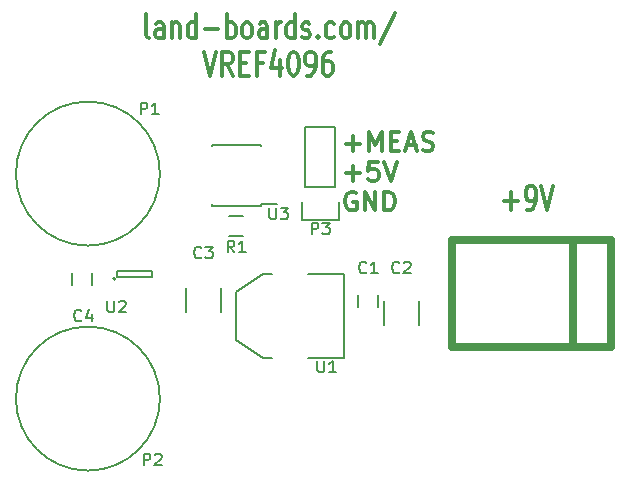
<source format=gto>
G04 #@! TF.FileFunction,Legend,Top*
%FSLAX46Y46*%
G04 Gerber Fmt 4.6, Leading zero omitted, Abs format (unit mm)*
G04 Created by KiCad (PCBNEW (after 2015-mar-04 BZR unknown)-product) date 2/8/2016 12:34:12 PM*
%MOMM*%
G01*
G04 APERTURE LIST*
%ADD10C,0.150000*%
%ADD11C,0.304800*%
%ADD12C,0.650000*%
G04 APERTURE END LIST*
D10*
D11*
X43506571Y-16909143D02*
X44667714Y-16909143D01*
X44087143Y-17683238D02*
X44087143Y-16135048D01*
X45466000Y-17683238D02*
X45756285Y-17683238D01*
X45901428Y-17586476D01*
X45974000Y-17489714D01*
X46119142Y-17199429D01*
X46191714Y-16812381D01*
X46191714Y-16038286D01*
X46119142Y-15844762D01*
X46046571Y-15748000D01*
X45901428Y-15651238D01*
X45611142Y-15651238D01*
X45466000Y-15748000D01*
X45393428Y-15844762D01*
X45320857Y-16038286D01*
X45320857Y-16522095D01*
X45393428Y-16715619D01*
X45466000Y-16812381D01*
X45611142Y-16909143D01*
X45901428Y-16909143D01*
X46046571Y-16812381D01*
X46119142Y-16715619D01*
X46191714Y-16522095D01*
X46627143Y-15651238D02*
X47135143Y-17683238D01*
X47643143Y-15651238D01*
X30095976Y-12064093D02*
X31305500Y-12064093D01*
X30700738Y-12668855D02*
X30700738Y-11459331D01*
X32061452Y-12668855D02*
X32061452Y-11081355D01*
X32590619Y-12215283D01*
X33119786Y-11081355D01*
X33119786Y-12668855D01*
X33875738Y-11837307D02*
X34404905Y-11837307D01*
X34631691Y-12668855D02*
X33875738Y-12668855D01*
X33875738Y-11081355D01*
X34631691Y-11081355D01*
X35236453Y-12215283D02*
X35992405Y-12215283D01*
X35085262Y-12668855D02*
X35614429Y-11081355D01*
X36143596Y-12668855D01*
X36597167Y-12593260D02*
X36823953Y-12668855D01*
X37201929Y-12668855D01*
X37353119Y-12593260D01*
X37428715Y-12517664D01*
X37504310Y-12366474D01*
X37504310Y-12215283D01*
X37428715Y-12064093D01*
X37353119Y-11988498D01*
X37201929Y-11912902D01*
X36899548Y-11837307D01*
X36748357Y-11761712D01*
X36672762Y-11686117D01*
X36597167Y-11534926D01*
X36597167Y-11383736D01*
X36672762Y-11232545D01*
X36748357Y-11156950D01*
X36899548Y-11081355D01*
X37277524Y-11081355D01*
X37504310Y-11156950D01*
X30095976Y-14591393D02*
X31305500Y-14591393D01*
X30700738Y-15196155D02*
X30700738Y-13986631D01*
X32817405Y-13608655D02*
X32061452Y-13608655D01*
X31985857Y-14364607D01*
X32061452Y-14289012D01*
X32212643Y-14213417D01*
X32590619Y-14213417D01*
X32741809Y-14289012D01*
X32817405Y-14364607D01*
X32893000Y-14515798D01*
X32893000Y-14893774D01*
X32817405Y-15044964D01*
X32741809Y-15120560D01*
X32590619Y-15196155D01*
X32212643Y-15196155D01*
X32061452Y-15120560D01*
X31985857Y-15044964D01*
X33346571Y-13608655D02*
X33875738Y-15196155D01*
X34404905Y-13608655D01*
X30927524Y-16211550D02*
X30776333Y-16135955D01*
X30549548Y-16135955D01*
X30322762Y-16211550D01*
X30171571Y-16362740D01*
X30095976Y-16513931D01*
X30020381Y-16816312D01*
X30020381Y-17043098D01*
X30095976Y-17345479D01*
X30171571Y-17496669D01*
X30322762Y-17647860D01*
X30549548Y-17723455D01*
X30700738Y-17723455D01*
X30927524Y-17647860D01*
X31003119Y-17572264D01*
X31003119Y-17043098D01*
X30700738Y-17043098D01*
X31683476Y-17723455D02*
X31683476Y-16135955D01*
X32590619Y-17723455D01*
X32590619Y-16135955D01*
X33346571Y-17723455D02*
X33346571Y-16135955D01*
X33724547Y-16135955D01*
X33951333Y-16211550D01*
X34102524Y-16362740D01*
X34178119Y-16513931D01*
X34253714Y-16816312D01*
X34253714Y-17043098D01*
X34178119Y-17345479D01*
X34102524Y-17496669D01*
X33951333Y-17647860D01*
X33724547Y-17723455D01*
X33346571Y-17723455D01*
X13425715Y-3154438D02*
X13280573Y-3057676D01*
X13208001Y-2864152D01*
X13208001Y-1122438D01*
X14659430Y-3154438D02*
X14659430Y-2090057D01*
X14586859Y-1896533D01*
X14441716Y-1799771D01*
X14151430Y-1799771D01*
X14006287Y-1896533D01*
X14659430Y-3057676D02*
X14514287Y-3154438D01*
X14151430Y-3154438D01*
X14006287Y-3057676D01*
X13933716Y-2864152D01*
X13933716Y-2670629D01*
X14006287Y-2477105D01*
X14151430Y-2380343D01*
X14514287Y-2380343D01*
X14659430Y-2283581D01*
X15385144Y-1799771D02*
X15385144Y-3154438D01*
X15385144Y-1993295D02*
X15457716Y-1896533D01*
X15602858Y-1799771D01*
X15820573Y-1799771D01*
X15965716Y-1896533D01*
X16038287Y-2090057D01*
X16038287Y-3154438D01*
X17417144Y-3154438D02*
X17417144Y-1122438D01*
X17417144Y-3057676D02*
X17272001Y-3154438D01*
X16981715Y-3154438D01*
X16836573Y-3057676D01*
X16764001Y-2960914D01*
X16691430Y-2767390D01*
X16691430Y-2186819D01*
X16764001Y-1993295D01*
X16836573Y-1896533D01*
X16981715Y-1799771D01*
X17272001Y-1799771D01*
X17417144Y-1896533D01*
X18142858Y-2380343D02*
X19304001Y-2380343D01*
X20029715Y-3154438D02*
X20029715Y-1122438D01*
X20029715Y-1896533D02*
X20174858Y-1799771D01*
X20465144Y-1799771D01*
X20610287Y-1896533D01*
X20682858Y-1993295D01*
X20755429Y-2186819D01*
X20755429Y-2767390D01*
X20682858Y-2960914D01*
X20610287Y-3057676D01*
X20465144Y-3154438D01*
X20174858Y-3154438D01*
X20029715Y-3057676D01*
X21626286Y-3154438D02*
X21481144Y-3057676D01*
X21408572Y-2960914D01*
X21336001Y-2767390D01*
X21336001Y-2186819D01*
X21408572Y-1993295D01*
X21481144Y-1896533D01*
X21626286Y-1799771D01*
X21844001Y-1799771D01*
X21989144Y-1896533D01*
X22061715Y-1993295D01*
X22134286Y-2186819D01*
X22134286Y-2767390D01*
X22061715Y-2960914D01*
X21989144Y-3057676D01*
X21844001Y-3154438D01*
X21626286Y-3154438D01*
X23440572Y-3154438D02*
X23440572Y-2090057D01*
X23368001Y-1896533D01*
X23222858Y-1799771D01*
X22932572Y-1799771D01*
X22787429Y-1896533D01*
X23440572Y-3057676D02*
X23295429Y-3154438D01*
X22932572Y-3154438D01*
X22787429Y-3057676D01*
X22714858Y-2864152D01*
X22714858Y-2670629D01*
X22787429Y-2477105D01*
X22932572Y-2380343D01*
X23295429Y-2380343D01*
X23440572Y-2283581D01*
X24166286Y-3154438D02*
X24166286Y-1799771D01*
X24166286Y-2186819D02*
X24238858Y-1993295D01*
X24311429Y-1896533D01*
X24456572Y-1799771D01*
X24601715Y-1799771D01*
X25762858Y-3154438D02*
X25762858Y-1122438D01*
X25762858Y-3057676D02*
X25617715Y-3154438D01*
X25327429Y-3154438D01*
X25182287Y-3057676D01*
X25109715Y-2960914D01*
X25037144Y-2767390D01*
X25037144Y-2186819D01*
X25109715Y-1993295D01*
X25182287Y-1896533D01*
X25327429Y-1799771D01*
X25617715Y-1799771D01*
X25762858Y-1896533D01*
X26416001Y-3057676D02*
X26561144Y-3154438D01*
X26851429Y-3154438D01*
X26996572Y-3057676D01*
X27069144Y-2864152D01*
X27069144Y-2767390D01*
X26996572Y-2573867D01*
X26851429Y-2477105D01*
X26633715Y-2477105D01*
X26488572Y-2380343D01*
X26416001Y-2186819D01*
X26416001Y-2090057D01*
X26488572Y-1896533D01*
X26633715Y-1799771D01*
X26851429Y-1799771D01*
X26996572Y-1896533D01*
X27722286Y-2960914D02*
X27794858Y-3057676D01*
X27722286Y-3154438D01*
X27649715Y-3057676D01*
X27722286Y-2960914D01*
X27722286Y-3154438D01*
X29101143Y-3057676D02*
X28956000Y-3154438D01*
X28665714Y-3154438D01*
X28520572Y-3057676D01*
X28448000Y-2960914D01*
X28375429Y-2767390D01*
X28375429Y-2186819D01*
X28448000Y-1993295D01*
X28520572Y-1896533D01*
X28665714Y-1799771D01*
X28956000Y-1799771D01*
X29101143Y-1896533D01*
X29972000Y-3154438D02*
X29826858Y-3057676D01*
X29754286Y-2960914D01*
X29681715Y-2767390D01*
X29681715Y-2186819D01*
X29754286Y-1993295D01*
X29826858Y-1896533D01*
X29972000Y-1799771D01*
X30189715Y-1799771D01*
X30334858Y-1896533D01*
X30407429Y-1993295D01*
X30480000Y-2186819D01*
X30480000Y-2767390D01*
X30407429Y-2960914D01*
X30334858Y-3057676D01*
X30189715Y-3154438D01*
X29972000Y-3154438D01*
X31133143Y-3154438D02*
X31133143Y-1799771D01*
X31133143Y-1993295D02*
X31205715Y-1896533D01*
X31350857Y-1799771D01*
X31568572Y-1799771D01*
X31713715Y-1896533D01*
X31786286Y-2090057D01*
X31786286Y-3154438D01*
X31786286Y-2090057D02*
X31858857Y-1896533D01*
X32004000Y-1799771D01*
X32221715Y-1799771D01*
X32366857Y-1896533D01*
X32439429Y-2090057D01*
X32439429Y-3154438D01*
X34253715Y-1025676D02*
X32947429Y-3638248D01*
X18106571Y-4272038D02*
X18614571Y-6304038D01*
X19122571Y-4272038D01*
X20501428Y-6304038D02*
X19993428Y-5336419D01*
X19630571Y-6304038D02*
X19630571Y-4272038D01*
X20211143Y-4272038D01*
X20356285Y-4368800D01*
X20428857Y-4465562D01*
X20501428Y-4659086D01*
X20501428Y-4949371D01*
X20428857Y-5142895D01*
X20356285Y-5239657D01*
X20211143Y-5336419D01*
X19630571Y-5336419D01*
X21154571Y-5239657D02*
X21662571Y-5239657D01*
X21880285Y-6304038D02*
X21154571Y-6304038D01*
X21154571Y-4272038D01*
X21880285Y-4272038D01*
X23041428Y-5239657D02*
X22533428Y-5239657D01*
X22533428Y-6304038D02*
X22533428Y-4272038D01*
X23259142Y-4272038D01*
X24492857Y-4949371D02*
X24492857Y-6304038D01*
X24130000Y-4175276D02*
X23767143Y-5626705D01*
X24710571Y-5626705D01*
X25581429Y-4272038D02*
X25726572Y-4272038D01*
X25871715Y-4368800D01*
X25944286Y-4465562D01*
X26016857Y-4659086D01*
X26089429Y-5046133D01*
X26089429Y-5529943D01*
X26016857Y-5916990D01*
X25944286Y-6110514D01*
X25871715Y-6207276D01*
X25726572Y-6304038D01*
X25581429Y-6304038D01*
X25436286Y-6207276D01*
X25363715Y-6110514D01*
X25291143Y-5916990D01*
X25218572Y-5529943D01*
X25218572Y-5046133D01*
X25291143Y-4659086D01*
X25363715Y-4465562D01*
X25436286Y-4368800D01*
X25581429Y-4272038D01*
X26815144Y-6304038D02*
X27105429Y-6304038D01*
X27250572Y-6207276D01*
X27323144Y-6110514D01*
X27468286Y-5820229D01*
X27540858Y-5433181D01*
X27540858Y-4659086D01*
X27468286Y-4465562D01*
X27395715Y-4368800D01*
X27250572Y-4272038D01*
X26960286Y-4272038D01*
X26815144Y-4368800D01*
X26742572Y-4465562D01*
X26670001Y-4659086D01*
X26670001Y-5142895D01*
X26742572Y-5336419D01*
X26815144Y-5433181D01*
X26960286Y-5529943D01*
X27250572Y-5529943D01*
X27395715Y-5433181D01*
X27468286Y-5336419D01*
X27540858Y-5142895D01*
X28847144Y-4272038D02*
X28556858Y-4272038D01*
X28411715Y-4368800D01*
X28339144Y-4465562D01*
X28194001Y-4755848D01*
X28121430Y-5142895D01*
X28121430Y-5916990D01*
X28194001Y-6110514D01*
X28266573Y-6207276D01*
X28411715Y-6304038D01*
X28702001Y-6304038D01*
X28847144Y-6207276D01*
X28919715Y-6110514D01*
X28992287Y-5916990D01*
X28992287Y-5433181D01*
X28919715Y-5239657D01*
X28847144Y-5142895D01*
X28702001Y-5046133D01*
X28411715Y-5046133D01*
X28266573Y-5142895D01*
X28194001Y-5239657D01*
X28121430Y-5433181D01*
D10*
X32854000Y-25900000D02*
X32854000Y-24900000D01*
X31154000Y-24900000D02*
X31154000Y-25900000D01*
X8630000Y-24028000D02*
X8630000Y-23028000D01*
X6930000Y-23028000D02*
X6930000Y-24028000D01*
D12*
X49285000Y-20265000D02*
X49285000Y-29265000D01*
X52585000Y-29265000D02*
X52585000Y-20265000D01*
X52585000Y-29265000D02*
X39085000Y-29265000D01*
X39085000Y-29265000D02*
X39085000Y-20265000D01*
X52585000Y-20265000D02*
X39085000Y-20265000D01*
D10*
X26924000Y-30226000D02*
X29972000Y-30226000D01*
X29972000Y-30226000D02*
X29972000Y-23114000D01*
X29972000Y-23114000D02*
X26924000Y-23114000D01*
X23876000Y-30226000D02*
X23114000Y-30226000D01*
X23114000Y-30226000D02*
X20828000Y-28702000D01*
X20828000Y-28702000D02*
X20828000Y-24638000D01*
X20828000Y-24638000D02*
X23114000Y-23114000D01*
X23114000Y-23114000D02*
X23876000Y-23114000D01*
X10592000Y-23514000D02*
G75*
G03X10592000Y-23514000I-100000J0D01*
G01*
X10742000Y-22864000D02*
X10742000Y-23364000D01*
X13642000Y-22864000D02*
X10742000Y-22864000D01*
X13642000Y-23364000D02*
X13642000Y-22864000D01*
X10742000Y-23364000D02*
X13642000Y-23364000D01*
X14351000Y-14605000D02*
G75*
G03X14351000Y-14605000I-6096000J0D01*
G01*
X14351000Y-33655000D02*
G75*
G03X14351000Y-33655000I-6096000J0D01*
G01*
X33323000Y-27416000D02*
X33323000Y-25416000D01*
X36273000Y-25416000D02*
X36273000Y-27416000D01*
X16592000Y-26306000D02*
X16592000Y-24306000D01*
X19542000Y-24306000D02*
X19542000Y-26306000D01*
X29210000Y-15748000D02*
X29210000Y-10668000D01*
X29210000Y-10668000D02*
X26670000Y-10668000D01*
X26670000Y-10668000D02*
X26670000Y-15748000D01*
X26390000Y-18568000D02*
X26390000Y-17018000D01*
X26670000Y-15748000D02*
X29210000Y-15748000D01*
X29490000Y-17018000D02*
X29490000Y-18568000D01*
X29490000Y-18568000D02*
X26390000Y-18568000D01*
X22903000Y-17307000D02*
X22903000Y-17162000D01*
X18753000Y-17307000D02*
X18753000Y-17162000D01*
X18753000Y-12157000D02*
X18753000Y-12302000D01*
X22903000Y-12157000D02*
X22903000Y-12302000D01*
X22903000Y-17307000D02*
X18753000Y-17307000D01*
X22903000Y-12157000D02*
X18753000Y-12157000D01*
X22903000Y-17162000D02*
X24303000Y-17162000D01*
X20228000Y-18175000D02*
X21428000Y-18175000D01*
X21428000Y-19925000D02*
X20228000Y-19925000D01*
X31837334Y-22963143D02*
X31789715Y-23010762D01*
X31646858Y-23058381D01*
X31551620Y-23058381D01*
X31408762Y-23010762D01*
X31313524Y-22915524D01*
X31265905Y-22820286D01*
X31218286Y-22629810D01*
X31218286Y-22486952D01*
X31265905Y-22296476D01*
X31313524Y-22201238D01*
X31408762Y-22106000D01*
X31551620Y-22058381D01*
X31646858Y-22058381D01*
X31789715Y-22106000D01*
X31837334Y-22153619D01*
X32789715Y-23058381D02*
X32218286Y-23058381D01*
X32504000Y-23058381D02*
X32504000Y-22058381D01*
X32408762Y-22201238D01*
X32313524Y-22296476D01*
X32218286Y-22344095D01*
X7707334Y-27027143D02*
X7659715Y-27074762D01*
X7516858Y-27122381D01*
X7421620Y-27122381D01*
X7278762Y-27074762D01*
X7183524Y-26979524D01*
X7135905Y-26884286D01*
X7088286Y-26693810D01*
X7088286Y-26550952D01*
X7135905Y-26360476D01*
X7183524Y-26265238D01*
X7278762Y-26170000D01*
X7421620Y-26122381D01*
X7516858Y-26122381D01*
X7659715Y-26170000D01*
X7707334Y-26217619D01*
X8564477Y-26455714D02*
X8564477Y-27122381D01*
X8326381Y-26074762D02*
X8088286Y-26789048D01*
X8707334Y-26789048D01*
X27686095Y-30440381D02*
X27686095Y-31249905D01*
X27733714Y-31345143D01*
X27781333Y-31392762D01*
X27876571Y-31440381D01*
X28067048Y-31440381D01*
X28162286Y-31392762D01*
X28209905Y-31345143D01*
X28257524Y-31249905D01*
X28257524Y-30440381D01*
X29257524Y-31440381D02*
X28686095Y-31440381D01*
X28971809Y-31440381D02*
X28971809Y-30440381D01*
X28876571Y-30583238D01*
X28781333Y-30678476D01*
X28686095Y-30726095D01*
X9906095Y-25360381D02*
X9906095Y-26169905D01*
X9953714Y-26265143D01*
X10001333Y-26312762D01*
X10096571Y-26360381D01*
X10287048Y-26360381D01*
X10382286Y-26312762D01*
X10429905Y-26265143D01*
X10477524Y-26169905D01*
X10477524Y-25360381D01*
X10906095Y-25455619D02*
X10953714Y-25408000D01*
X11048952Y-25360381D01*
X11287048Y-25360381D01*
X11382286Y-25408000D01*
X11429905Y-25455619D01*
X11477524Y-25550857D01*
X11477524Y-25646095D01*
X11429905Y-25788952D01*
X10858476Y-26360381D01*
X11477524Y-26360381D01*
X12723905Y-9596381D02*
X12723905Y-8596381D01*
X13104858Y-8596381D01*
X13200096Y-8644000D01*
X13247715Y-8691619D01*
X13295334Y-8786857D01*
X13295334Y-8929714D01*
X13247715Y-9024952D01*
X13200096Y-9072571D01*
X13104858Y-9120190D01*
X12723905Y-9120190D01*
X14247715Y-9596381D02*
X13676286Y-9596381D01*
X13962000Y-9596381D02*
X13962000Y-8596381D01*
X13866762Y-8739238D01*
X13771524Y-8834476D01*
X13676286Y-8882095D01*
X12977905Y-39314381D02*
X12977905Y-38314381D01*
X13358858Y-38314381D01*
X13454096Y-38362000D01*
X13501715Y-38409619D01*
X13549334Y-38504857D01*
X13549334Y-38647714D01*
X13501715Y-38742952D01*
X13454096Y-38790571D01*
X13358858Y-38838190D01*
X12977905Y-38838190D01*
X13930286Y-38409619D02*
X13977905Y-38362000D01*
X14073143Y-38314381D01*
X14311239Y-38314381D01*
X14406477Y-38362000D01*
X14454096Y-38409619D01*
X14501715Y-38504857D01*
X14501715Y-38600095D01*
X14454096Y-38742952D01*
X13882667Y-39314381D01*
X14501715Y-39314381D01*
X34631334Y-22963143D02*
X34583715Y-23010762D01*
X34440858Y-23058381D01*
X34345620Y-23058381D01*
X34202762Y-23010762D01*
X34107524Y-22915524D01*
X34059905Y-22820286D01*
X34012286Y-22629810D01*
X34012286Y-22486952D01*
X34059905Y-22296476D01*
X34107524Y-22201238D01*
X34202762Y-22106000D01*
X34345620Y-22058381D01*
X34440858Y-22058381D01*
X34583715Y-22106000D01*
X34631334Y-22153619D01*
X35012286Y-22153619D02*
X35059905Y-22106000D01*
X35155143Y-22058381D01*
X35393239Y-22058381D01*
X35488477Y-22106000D01*
X35536096Y-22153619D01*
X35583715Y-22248857D01*
X35583715Y-22344095D01*
X35536096Y-22486952D01*
X34964667Y-23058381D01*
X35583715Y-23058381D01*
X17867334Y-21693143D02*
X17819715Y-21740762D01*
X17676858Y-21788381D01*
X17581620Y-21788381D01*
X17438762Y-21740762D01*
X17343524Y-21645524D01*
X17295905Y-21550286D01*
X17248286Y-21359810D01*
X17248286Y-21216952D01*
X17295905Y-21026476D01*
X17343524Y-20931238D01*
X17438762Y-20836000D01*
X17581620Y-20788381D01*
X17676858Y-20788381D01*
X17819715Y-20836000D01*
X17867334Y-20883619D01*
X18200667Y-20788381D02*
X18819715Y-20788381D01*
X18486381Y-21169333D01*
X18629239Y-21169333D01*
X18724477Y-21216952D01*
X18772096Y-21264571D01*
X18819715Y-21359810D01*
X18819715Y-21597905D01*
X18772096Y-21693143D01*
X18724477Y-21740762D01*
X18629239Y-21788381D01*
X18343524Y-21788381D01*
X18248286Y-21740762D01*
X18200667Y-21693143D01*
X27201905Y-19756381D02*
X27201905Y-18756381D01*
X27582858Y-18756381D01*
X27678096Y-18804000D01*
X27725715Y-18851619D01*
X27773334Y-18946857D01*
X27773334Y-19089714D01*
X27725715Y-19184952D01*
X27678096Y-19232571D01*
X27582858Y-19280190D01*
X27201905Y-19280190D01*
X28106667Y-18756381D02*
X28725715Y-18756381D01*
X28392381Y-19137333D01*
X28535239Y-19137333D01*
X28630477Y-19184952D01*
X28678096Y-19232571D01*
X28725715Y-19327810D01*
X28725715Y-19565905D01*
X28678096Y-19661143D01*
X28630477Y-19708762D01*
X28535239Y-19756381D01*
X28249524Y-19756381D01*
X28154286Y-19708762D01*
X28106667Y-19661143D01*
X23622095Y-17486381D02*
X23622095Y-18295905D01*
X23669714Y-18391143D01*
X23717333Y-18438762D01*
X23812571Y-18486381D01*
X24003048Y-18486381D01*
X24098286Y-18438762D01*
X24145905Y-18391143D01*
X24193524Y-18295905D01*
X24193524Y-17486381D01*
X24574476Y-17486381D02*
X25193524Y-17486381D01*
X24860190Y-17867333D01*
X25003048Y-17867333D01*
X25098286Y-17914952D01*
X25145905Y-17962571D01*
X25193524Y-18057810D01*
X25193524Y-18295905D01*
X25145905Y-18391143D01*
X25098286Y-18438762D01*
X25003048Y-18486381D01*
X24717333Y-18486381D01*
X24622095Y-18438762D01*
X24574476Y-18391143D01*
X20661334Y-21280381D02*
X20328000Y-20804190D01*
X20089905Y-21280381D02*
X20089905Y-20280381D01*
X20470858Y-20280381D01*
X20566096Y-20328000D01*
X20613715Y-20375619D01*
X20661334Y-20470857D01*
X20661334Y-20613714D01*
X20613715Y-20708952D01*
X20566096Y-20756571D01*
X20470858Y-20804190D01*
X20089905Y-20804190D01*
X21613715Y-21280381D02*
X21042286Y-21280381D01*
X21328000Y-21280381D02*
X21328000Y-20280381D01*
X21232762Y-20423238D01*
X21137524Y-20518476D01*
X21042286Y-20566095D01*
M02*

</source>
